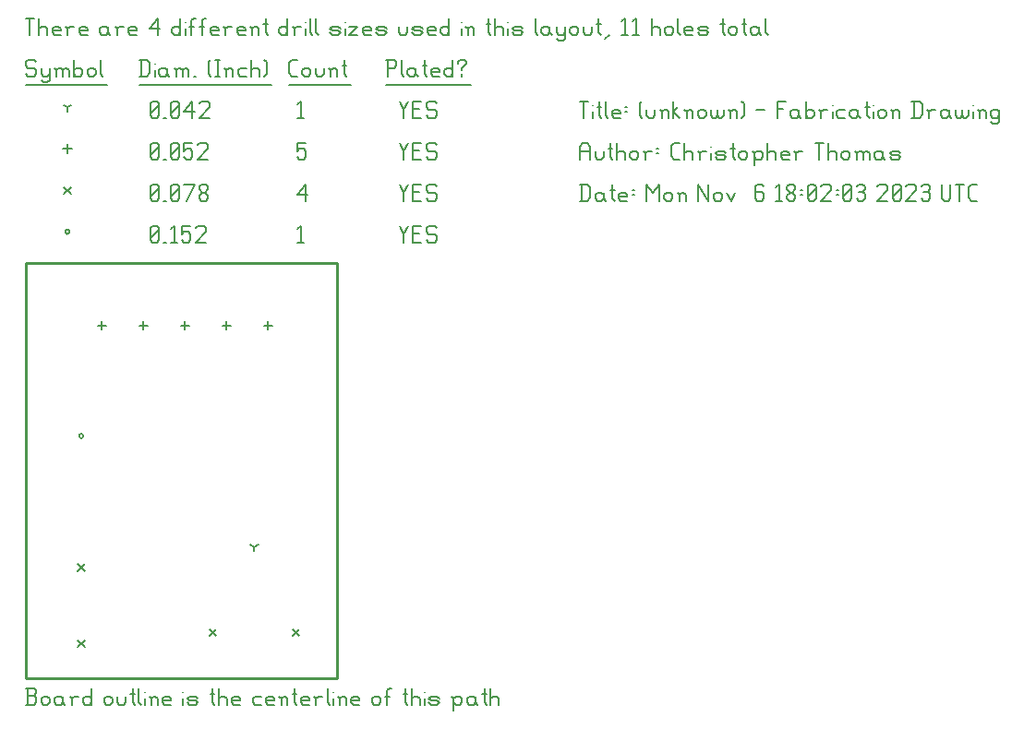
<source format=gbr>
G04 start of page 11 for group -3984 idx -3984 *
G04 Title: (unknown), fab *
G04 Creator: pcb 4.2.2 *
G04 CreationDate: Mon Nov  6 18:02:03 2023 UTC *
G04 For: thomasc *
G04 Format: Gerber/RS-274X *
G04 PCB-Dimensions (mil): 1125.00 1500.00 *
G04 PCB-Coordinate-Origin: lower left *
%MOIN*%
%FSLAX25Y25*%
%LNFAB*%
%ADD51C,0.0100*%
%ADD50C,0.0075*%
%ADD49C,0.0060*%
%ADD48R,0.0080X0.0080*%
G54D48*X19200Y87500D02*G75*G03X20800Y87500I800J0D01*G01*
G75*G03X19200Y87500I-800J0D01*G01*
X14200Y161250D02*G75*G03X15800Y161250I800J0D01*G01*
G75*G03X14200Y161250I-800J0D01*G01*
G54D49*X135000Y163500D02*X136500Y160500D01*
X138000Y163500D01*
X136500Y160500D02*Y157500D01*
X139800Y160800D02*X142050D01*
X139800Y157500D02*X142800D01*
X139800Y163500D02*Y157500D01*
Y163500D02*X142800D01*
X147600D02*X148350Y162750D01*
X145350Y163500D02*X147600D01*
X144600Y162750D02*X145350Y163500D01*
X144600Y162750D02*Y161250D01*
X145350Y160500D01*
X147600D01*
X148350Y159750D01*
Y158250D01*
X147600Y157500D02*X148350Y158250D01*
X145350Y157500D02*X147600D01*
X144600Y158250D02*X145350Y157500D01*
X98000Y162300D02*X99200Y163500D01*
Y157500D01*
X98000D02*X100250D01*
X45000Y158250D02*X45750Y157500D01*
X45000Y162750D02*Y158250D01*
Y162750D02*X45750Y163500D01*
X47250D01*
X48000Y162750D01*
Y158250D01*
X47250Y157500D02*X48000Y158250D01*
X45750Y157500D02*X47250D01*
X45000Y159000D02*X48000Y162000D01*
X49800Y157500D02*X50550D01*
X52350Y162300D02*X53550Y163500D01*
Y157500D01*
X52350D02*X54600D01*
X56400Y163500D02*X59400D01*
X56400D02*Y160500D01*
X57150Y161250D01*
X58650D01*
X59400Y160500D01*
Y158250D01*
X58650Y157500D02*X59400Y158250D01*
X57150Y157500D02*X58650D01*
X56400Y158250D02*X57150Y157500D01*
X61200Y162750D02*X61950Y163500D01*
X64200D01*
X64950Y162750D01*
Y161250D01*
X61200Y157500D02*X64950Y161250D01*
X61200Y157500D02*X64950D01*
X18800Y13700D02*X21200Y11300D01*
X18800D02*X21200Y13700D01*
X18800Y41200D02*X21200Y38800D01*
X18800D02*X21200Y41200D01*
X96300Y17700D02*X98700Y15300D01*
X96300D02*X98700Y17700D01*
X66300D02*X68700Y15300D01*
X66300D02*X68700Y17700D01*
X13800Y177450D02*X16200Y175050D01*
X13800D02*X16200Y177450D01*
X135000Y178500D02*X136500Y175500D01*
X138000Y178500D01*
X136500Y175500D02*Y172500D01*
X139800Y175800D02*X142050D01*
X139800Y172500D02*X142800D01*
X139800Y178500D02*Y172500D01*
Y178500D02*X142800D01*
X147600D02*X148350Y177750D01*
X145350Y178500D02*X147600D01*
X144600Y177750D02*X145350Y178500D01*
X144600Y177750D02*Y176250D01*
X145350Y175500D01*
X147600D01*
X148350Y174750D01*
Y173250D01*
X147600Y172500D02*X148350Y173250D01*
X145350Y172500D02*X147600D01*
X144600Y173250D02*X145350Y172500D01*
X98000Y174750D02*X101000Y178500D01*
X98000Y174750D02*X101750D01*
X101000Y178500D02*Y172500D01*
X45000Y173250D02*X45750Y172500D01*
X45000Y177750D02*Y173250D01*
Y177750D02*X45750Y178500D01*
X47250D01*
X48000Y177750D01*
Y173250D01*
X47250Y172500D02*X48000Y173250D01*
X45750Y172500D02*X47250D01*
X45000Y174000D02*X48000Y177000D01*
X49800Y172500D02*X50550D01*
X52350Y173250D02*X53100Y172500D01*
X52350Y177750D02*Y173250D01*
Y177750D02*X53100Y178500D01*
X54600D01*
X55350Y177750D01*
Y173250D01*
X54600Y172500D02*X55350Y173250D01*
X53100Y172500D02*X54600D01*
X52350Y174000D02*X55350Y177000D01*
X57900Y172500D02*X60900Y178500D01*
X57150D02*X60900D01*
X62700Y173250D02*X63450Y172500D01*
X62700Y174450D02*Y173250D01*
Y174450D02*X63750Y175500D01*
X64650D01*
X65700Y174450D01*
Y173250D01*
X64950Y172500D02*X65700Y173250D01*
X63450Y172500D02*X64950D01*
X62700Y176550D02*X63750Y175500D01*
X62700Y177750D02*Y176550D01*
Y177750D02*X63450Y178500D01*
X64950D01*
X65700Y177750D01*
Y176550D01*
X64650Y175500D02*X65700Y176550D01*
X57500Y129100D02*Y125900D01*
X55900Y127500D02*X59100D01*
X72500Y129100D02*Y125900D01*
X70900Y127500D02*X74100D01*
X87500Y129100D02*Y125900D01*
X85900Y127500D02*X89100D01*
X42500Y129100D02*Y125900D01*
X40900Y127500D02*X44100D01*
X27500Y129100D02*Y125900D01*
X25900Y127500D02*X29100D01*
X15000Y192850D02*Y189650D01*
X13400Y191250D02*X16600D01*
X135000Y193500D02*X136500Y190500D01*
X138000Y193500D01*
X136500Y190500D02*Y187500D01*
X139800Y190800D02*X142050D01*
X139800Y187500D02*X142800D01*
X139800Y193500D02*Y187500D01*
Y193500D02*X142800D01*
X147600D02*X148350Y192750D01*
X145350Y193500D02*X147600D01*
X144600Y192750D02*X145350Y193500D01*
X144600Y192750D02*Y191250D01*
X145350Y190500D01*
X147600D01*
X148350Y189750D01*
Y188250D01*
X147600Y187500D02*X148350Y188250D01*
X145350Y187500D02*X147600D01*
X144600Y188250D02*X145350Y187500D01*
X98000Y193500D02*X101000D01*
X98000D02*Y190500D01*
X98750Y191250D01*
X100250D01*
X101000Y190500D01*
Y188250D01*
X100250Y187500D02*X101000Y188250D01*
X98750Y187500D02*X100250D01*
X98000Y188250D02*X98750Y187500D01*
X45000Y188250D02*X45750Y187500D01*
X45000Y192750D02*Y188250D01*
Y192750D02*X45750Y193500D01*
X47250D01*
X48000Y192750D01*
Y188250D01*
X47250Y187500D02*X48000Y188250D01*
X45750Y187500D02*X47250D01*
X45000Y189000D02*X48000Y192000D01*
X49800Y187500D02*X50550D01*
X52350Y188250D02*X53100Y187500D01*
X52350Y192750D02*Y188250D01*
Y192750D02*X53100Y193500D01*
X54600D01*
X55350Y192750D01*
Y188250D01*
X54600Y187500D02*X55350Y188250D01*
X53100Y187500D02*X54600D01*
X52350Y189000D02*X55350Y192000D01*
X57150Y193500D02*X60150D01*
X57150D02*Y190500D01*
X57900Y191250D01*
X59400D01*
X60150Y190500D01*
Y188250D01*
X59400Y187500D02*X60150Y188250D01*
X57900Y187500D02*X59400D01*
X57150Y188250D02*X57900Y187500D01*
X61950Y192750D02*X62700Y193500D01*
X64950D01*
X65700Y192750D01*
Y191250D01*
X61950Y187500D02*X65700Y191250D01*
X61950Y187500D02*X65700D01*
X82500Y47500D02*Y45900D01*
Y47500D02*X83887Y48300D01*
X82500Y47500D02*X81113Y48300D01*
X15000Y206250D02*Y204650D01*
Y206250D02*X16387Y207050D01*
X15000Y206250D02*X13613Y207050D01*
X135000Y208500D02*X136500Y205500D01*
X138000Y208500D01*
X136500Y205500D02*Y202500D01*
X139800Y205800D02*X142050D01*
X139800Y202500D02*X142800D01*
X139800Y208500D02*Y202500D01*
Y208500D02*X142800D01*
X147600D02*X148350Y207750D01*
X145350Y208500D02*X147600D01*
X144600Y207750D02*X145350Y208500D01*
X144600Y207750D02*Y206250D01*
X145350Y205500D01*
X147600D01*
X148350Y204750D01*
Y203250D01*
X147600Y202500D02*X148350Y203250D01*
X145350Y202500D02*X147600D01*
X144600Y203250D02*X145350Y202500D01*
X98000Y207300D02*X99200Y208500D01*
Y202500D01*
X98000D02*X100250D01*
X45000Y203250D02*X45750Y202500D01*
X45000Y207750D02*Y203250D01*
Y207750D02*X45750Y208500D01*
X47250D01*
X48000Y207750D01*
Y203250D01*
X47250Y202500D02*X48000Y203250D01*
X45750Y202500D02*X47250D01*
X45000Y204000D02*X48000Y207000D01*
X49800Y202500D02*X50550D01*
X52350Y203250D02*X53100Y202500D01*
X52350Y207750D02*Y203250D01*
Y207750D02*X53100Y208500D01*
X54600D01*
X55350Y207750D01*
Y203250D01*
X54600Y202500D02*X55350Y203250D01*
X53100Y202500D02*X54600D01*
X52350Y204000D02*X55350Y207000D01*
X57150Y204750D02*X60150Y208500D01*
X57150Y204750D02*X60900D01*
X60150Y208500D02*Y202500D01*
X62700Y207750D02*X63450Y208500D01*
X65700D01*
X66450Y207750D01*
Y206250D01*
X62700Y202500D02*X66450Y206250D01*
X62700Y202500D02*X66450D01*
X3000Y223500D02*X3750Y222750D01*
X750Y223500D02*X3000D01*
X0Y222750D02*X750Y223500D01*
X0Y222750D02*Y221250D01*
X750Y220500D01*
X3000D01*
X3750Y219750D01*
Y218250D01*
X3000Y217500D02*X3750Y218250D01*
X750Y217500D02*X3000D01*
X0Y218250D02*X750Y217500D01*
X5550Y220500D02*Y218250D01*
X6300Y217500D01*
X8550Y220500D02*Y216000D01*
X7800Y215250D02*X8550Y216000D01*
X6300Y215250D02*X7800D01*
X5550Y216000D02*X6300Y215250D01*
Y217500D02*X7800D01*
X8550Y218250D01*
X11100Y219750D02*Y217500D01*
Y219750D02*X11850Y220500D01*
X12600D01*
X13350Y219750D01*
Y217500D01*
Y219750D02*X14100Y220500D01*
X14850D01*
X15600Y219750D01*
Y217500D01*
X10350Y220500D02*X11100Y219750D01*
X17400Y223500D02*Y217500D01*
Y218250D02*X18150Y217500D01*
X19650D01*
X20400Y218250D01*
Y219750D02*Y218250D01*
X19650Y220500D02*X20400Y219750D01*
X18150Y220500D02*X19650D01*
X17400Y219750D02*X18150Y220500D01*
X22200Y219750D02*Y218250D01*
Y219750D02*X22950Y220500D01*
X24450D01*
X25200Y219750D01*
Y218250D01*
X24450Y217500D02*X25200Y218250D01*
X22950Y217500D02*X24450D01*
X22200Y218250D02*X22950Y217500D01*
X27000Y223500D02*Y218250D01*
X27750Y217500D01*
X0Y214250D02*X29250D01*
X41750Y223500D02*Y217500D01*
X43700Y223500D02*X44750Y222450D01*
Y218550D01*
X43700Y217500D02*X44750Y218550D01*
X41000Y217500D02*X43700D01*
X41000Y223500D02*X43700D01*
G54D50*X46550Y222000D02*Y221850D01*
G54D49*Y219750D02*Y217500D01*
X50300Y220500D02*X51050Y219750D01*
X48800Y220500D02*X50300D01*
X48050Y219750D02*X48800Y220500D01*
X48050Y219750D02*Y218250D01*
X48800Y217500D01*
X51050Y220500D02*Y218250D01*
X51800Y217500D01*
X48800D02*X50300D01*
X51050Y218250D01*
X54350Y219750D02*Y217500D01*
Y219750D02*X55100Y220500D01*
X55850D01*
X56600Y219750D01*
Y217500D01*
Y219750D02*X57350Y220500D01*
X58100D01*
X58850Y219750D01*
Y217500D01*
X53600Y220500D02*X54350Y219750D01*
X60650Y217500D02*X61400D01*
X65900Y218250D02*X66650Y217500D01*
X65900Y222750D02*X66650Y223500D01*
X65900Y222750D02*Y218250D01*
X68450Y223500D02*X69950D01*
X69200D02*Y217500D01*
X68450D02*X69950D01*
X72500Y219750D02*Y217500D01*
Y219750D02*X73250Y220500D01*
X74000D01*
X74750Y219750D01*
Y217500D01*
X71750Y220500D02*X72500Y219750D01*
X77300Y220500D02*X79550D01*
X76550Y219750D02*X77300Y220500D01*
X76550Y219750D02*Y218250D01*
X77300Y217500D01*
X79550D01*
X81350Y223500D02*Y217500D01*
Y219750D02*X82100Y220500D01*
X83600D01*
X84350Y219750D01*
Y217500D01*
X86150Y223500D02*X86900Y222750D01*
Y218250D01*
X86150Y217500D02*X86900Y218250D01*
X41000Y214250D02*X88700D01*
X96050Y217500D02*X98000D01*
X95000Y218550D02*X96050Y217500D01*
X95000Y222450D02*Y218550D01*
Y222450D02*X96050Y223500D01*
X98000D01*
X99800Y219750D02*Y218250D01*
Y219750D02*X100550Y220500D01*
X102050D01*
X102800Y219750D01*
Y218250D01*
X102050Y217500D02*X102800Y218250D01*
X100550Y217500D02*X102050D01*
X99800Y218250D02*X100550Y217500D01*
X104600Y220500D02*Y218250D01*
X105350Y217500D01*
X106850D01*
X107600Y218250D01*
Y220500D02*Y218250D01*
X110150Y219750D02*Y217500D01*
Y219750D02*X110900Y220500D01*
X111650D01*
X112400Y219750D01*
Y217500D01*
X109400Y220500D02*X110150Y219750D01*
X114950Y223500D02*Y218250D01*
X115700Y217500D01*
X114200Y221250D02*X115700D01*
X95000Y214250D02*X117200D01*
X130750Y223500D02*Y217500D01*
X130000Y223500D02*X133000D01*
X133750Y222750D01*
Y221250D01*
X133000Y220500D02*X133750Y221250D01*
X130750Y220500D02*X133000D01*
X135550Y223500D02*Y218250D01*
X136300Y217500D01*
X140050Y220500D02*X140800Y219750D01*
X138550Y220500D02*X140050D01*
X137800Y219750D02*X138550Y220500D01*
X137800Y219750D02*Y218250D01*
X138550Y217500D01*
X140800Y220500D02*Y218250D01*
X141550Y217500D01*
X138550D02*X140050D01*
X140800Y218250D01*
X144100Y223500D02*Y218250D01*
X144850Y217500D01*
X143350Y221250D02*X144850D01*
X147100Y217500D02*X149350D01*
X146350Y218250D02*X147100Y217500D01*
X146350Y219750D02*Y218250D01*
Y219750D02*X147100Y220500D01*
X148600D01*
X149350Y219750D01*
X146350Y219000D02*X149350D01*
Y219750D02*Y219000D01*
X154150Y223500D02*Y217500D01*
X153400D02*X154150Y218250D01*
X151900Y217500D02*X153400D01*
X151150Y218250D02*X151900Y217500D01*
X151150Y219750D02*Y218250D01*
Y219750D02*X151900Y220500D01*
X153400D01*
X154150Y219750D01*
X157450Y220500D02*Y219750D01*
Y218250D02*Y217500D01*
X155950Y222750D02*Y222000D01*
Y222750D02*X156700Y223500D01*
X158200D01*
X158950Y222750D01*
Y222000D01*
X157450Y220500D02*X158950Y222000D01*
X130000Y214250D02*X160750D01*
X0Y238500D02*X3000D01*
X1500D02*Y232500D01*
X4800Y238500D02*Y232500D01*
Y234750D02*X5550Y235500D01*
X7050D01*
X7800Y234750D01*
Y232500D01*
X10350D02*X12600D01*
X9600Y233250D02*X10350Y232500D01*
X9600Y234750D02*Y233250D01*
Y234750D02*X10350Y235500D01*
X11850D01*
X12600Y234750D01*
X9600Y234000D02*X12600D01*
Y234750D02*Y234000D01*
X15150Y234750D02*Y232500D01*
Y234750D02*X15900Y235500D01*
X17400D01*
X14400D02*X15150Y234750D01*
X19950Y232500D02*X22200D01*
X19200Y233250D02*X19950Y232500D01*
X19200Y234750D02*Y233250D01*
Y234750D02*X19950Y235500D01*
X21450D01*
X22200Y234750D01*
X19200Y234000D02*X22200D01*
Y234750D02*Y234000D01*
X28950Y235500D02*X29700Y234750D01*
X27450Y235500D02*X28950D01*
X26700Y234750D02*X27450Y235500D01*
X26700Y234750D02*Y233250D01*
X27450Y232500D01*
X29700Y235500D02*Y233250D01*
X30450Y232500D01*
X27450D02*X28950D01*
X29700Y233250D01*
X33000Y234750D02*Y232500D01*
Y234750D02*X33750Y235500D01*
X35250D01*
X32250D02*X33000Y234750D01*
X37800Y232500D02*X40050D01*
X37050Y233250D02*X37800Y232500D01*
X37050Y234750D02*Y233250D01*
Y234750D02*X37800Y235500D01*
X39300D01*
X40050Y234750D01*
X37050Y234000D02*X40050D01*
Y234750D02*Y234000D01*
X44550Y234750D02*X47550Y238500D01*
X44550Y234750D02*X48300D01*
X47550Y238500D02*Y232500D01*
X55800Y238500D02*Y232500D01*
X55050D02*X55800Y233250D01*
X53550Y232500D02*X55050D01*
X52800Y233250D02*X53550Y232500D01*
X52800Y234750D02*Y233250D01*
Y234750D02*X53550Y235500D01*
X55050D01*
X55800Y234750D01*
G54D50*X57600Y237000D02*Y236850D01*
G54D49*Y234750D02*Y232500D01*
X59850Y237750D02*Y232500D01*
Y237750D02*X60600Y238500D01*
X61350D01*
X59100Y235500D02*X60600D01*
X63600Y237750D02*Y232500D01*
Y237750D02*X64350Y238500D01*
X65100D01*
X62850Y235500D02*X64350D01*
X67350Y232500D02*X69600D01*
X66600Y233250D02*X67350Y232500D01*
X66600Y234750D02*Y233250D01*
Y234750D02*X67350Y235500D01*
X68850D01*
X69600Y234750D01*
X66600Y234000D02*X69600D01*
Y234750D02*Y234000D01*
X72150Y234750D02*Y232500D01*
Y234750D02*X72900Y235500D01*
X74400D01*
X71400D02*X72150Y234750D01*
X76950Y232500D02*X79200D01*
X76200Y233250D02*X76950Y232500D01*
X76200Y234750D02*Y233250D01*
Y234750D02*X76950Y235500D01*
X78450D01*
X79200Y234750D01*
X76200Y234000D02*X79200D01*
Y234750D02*Y234000D01*
X81750Y234750D02*Y232500D01*
Y234750D02*X82500Y235500D01*
X83250D01*
X84000Y234750D01*
Y232500D01*
X81000Y235500D02*X81750Y234750D01*
X86550Y238500D02*Y233250D01*
X87300Y232500D01*
X85800Y236250D02*X87300D01*
X94500Y238500D02*Y232500D01*
X93750D02*X94500Y233250D01*
X92250Y232500D02*X93750D01*
X91500Y233250D02*X92250Y232500D01*
X91500Y234750D02*Y233250D01*
Y234750D02*X92250Y235500D01*
X93750D01*
X94500Y234750D01*
X97050D02*Y232500D01*
Y234750D02*X97800Y235500D01*
X99300D01*
X96300D02*X97050Y234750D01*
G54D50*X101100Y237000D02*Y236850D01*
G54D49*Y234750D02*Y232500D01*
X102600Y238500D02*Y233250D01*
X103350Y232500D01*
X104850Y238500D02*Y233250D01*
X105600Y232500D01*
X110550D02*X112800D01*
X113550Y233250D01*
X112800Y234000D02*X113550Y233250D01*
X110550Y234000D02*X112800D01*
X109800Y234750D02*X110550Y234000D01*
X109800Y234750D02*X110550Y235500D01*
X112800D01*
X113550Y234750D01*
X109800Y233250D02*X110550Y232500D01*
G54D50*X115350Y237000D02*Y236850D01*
G54D49*Y234750D02*Y232500D01*
X116850Y235500D02*X119850D01*
X116850Y232500D02*X119850Y235500D01*
X116850Y232500D02*X119850D01*
X122400D02*X124650D01*
X121650Y233250D02*X122400Y232500D01*
X121650Y234750D02*Y233250D01*
Y234750D02*X122400Y235500D01*
X123900D01*
X124650Y234750D01*
X121650Y234000D02*X124650D01*
Y234750D02*Y234000D01*
X127200Y232500D02*X129450D01*
X130200Y233250D01*
X129450Y234000D02*X130200Y233250D01*
X127200Y234000D02*X129450D01*
X126450Y234750D02*X127200Y234000D01*
X126450Y234750D02*X127200Y235500D01*
X129450D01*
X130200Y234750D01*
X126450Y233250D02*X127200Y232500D01*
X134700Y235500D02*Y233250D01*
X135450Y232500D01*
X136950D01*
X137700Y233250D01*
Y235500D02*Y233250D01*
X140250Y232500D02*X142500D01*
X143250Y233250D01*
X142500Y234000D02*X143250Y233250D01*
X140250Y234000D02*X142500D01*
X139500Y234750D02*X140250Y234000D01*
X139500Y234750D02*X140250Y235500D01*
X142500D01*
X143250Y234750D01*
X139500Y233250D02*X140250Y232500D01*
X145800D02*X148050D01*
X145050Y233250D02*X145800Y232500D01*
X145050Y234750D02*Y233250D01*
Y234750D02*X145800Y235500D01*
X147300D01*
X148050Y234750D01*
X145050Y234000D02*X148050D01*
Y234750D02*Y234000D01*
X152850Y238500D02*Y232500D01*
X152100D02*X152850Y233250D01*
X150600Y232500D02*X152100D01*
X149850Y233250D02*X150600Y232500D01*
X149850Y234750D02*Y233250D01*
Y234750D02*X150600Y235500D01*
X152100D01*
X152850Y234750D01*
G54D50*X157350Y237000D02*Y236850D01*
G54D49*Y234750D02*Y232500D01*
X159600Y234750D02*Y232500D01*
Y234750D02*X160350Y235500D01*
X161100D01*
X161850Y234750D01*
Y232500D01*
X158850Y235500D02*X159600Y234750D01*
X167100Y238500D02*Y233250D01*
X167850Y232500D01*
X166350Y236250D02*X167850D01*
X169350Y238500D02*Y232500D01*
Y234750D02*X170100Y235500D01*
X171600D01*
X172350Y234750D01*
Y232500D01*
G54D50*X174150Y237000D02*Y236850D01*
G54D49*Y234750D02*Y232500D01*
X176400D02*X178650D01*
X179400Y233250D01*
X178650Y234000D02*X179400Y233250D01*
X176400Y234000D02*X178650D01*
X175650Y234750D02*X176400Y234000D01*
X175650Y234750D02*X176400Y235500D01*
X178650D01*
X179400Y234750D01*
X175650Y233250D02*X176400Y232500D01*
X183900Y238500D02*Y233250D01*
X184650Y232500D01*
X188400Y235500D02*X189150Y234750D01*
X186900Y235500D02*X188400D01*
X186150Y234750D02*X186900Y235500D01*
X186150Y234750D02*Y233250D01*
X186900Y232500D01*
X189150Y235500D02*Y233250D01*
X189900Y232500D01*
X186900D02*X188400D01*
X189150Y233250D01*
X191700Y235500D02*Y233250D01*
X192450Y232500D01*
X194700Y235500D02*Y231000D01*
X193950Y230250D02*X194700Y231000D01*
X192450Y230250D02*X193950D01*
X191700Y231000D02*X192450Y230250D01*
Y232500D02*X193950D01*
X194700Y233250D01*
X196500Y234750D02*Y233250D01*
Y234750D02*X197250Y235500D01*
X198750D01*
X199500Y234750D01*
Y233250D01*
X198750Y232500D02*X199500Y233250D01*
X197250Y232500D02*X198750D01*
X196500Y233250D02*X197250Y232500D01*
X201300Y235500D02*Y233250D01*
X202050Y232500D01*
X203550D01*
X204300Y233250D01*
Y235500D02*Y233250D01*
X206850Y238500D02*Y233250D01*
X207600Y232500D01*
X206100Y236250D02*X207600D01*
X209100Y231000D02*X210600Y232500D01*
X215100Y237300D02*X216300Y238500D01*
Y232500D01*
X215100D02*X217350D01*
X219150Y237300D02*X220350Y238500D01*
Y232500D01*
X219150D02*X221400D01*
X225900Y238500D02*Y232500D01*
Y234750D02*X226650Y235500D01*
X228150D01*
X228900Y234750D01*
Y232500D01*
X230700Y234750D02*Y233250D01*
Y234750D02*X231450Y235500D01*
X232950D01*
X233700Y234750D01*
Y233250D01*
X232950Y232500D02*X233700Y233250D01*
X231450Y232500D02*X232950D01*
X230700Y233250D02*X231450Y232500D01*
X235500Y238500D02*Y233250D01*
X236250Y232500D01*
X238500D02*X240750D01*
X237750Y233250D02*X238500Y232500D01*
X237750Y234750D02*Y233250D01*
Y234750D02*X238500Y235500D01*
X240000D01*
X240750Y234750D01*
X237750Y234000D02*X240750D01*
Y234750D02*Y234000D01*
X243300Y232500D02*X245550D01*
X246300Y233250D01*
X245550Y234000D02*X246300Y233250D01*
X243300Y234000D02*X245550D01*
X242550Y234750D02*X243300Y234000D01*
X242550Y234750D02*X243300Y235500D01*
X245550D01*
X246300Y234750D01*
X242550Y233250D02*X243300Y232500D01*
X251550Y238500D02*Y233250D01*
X252300Y232500D01*
X250800Y236250D02*X252300D01*
X253800Y234750D02*Y233250D01*
Y234750D02*X254550Y235500D01*
X256050D01*
X256800Y234750D01*
Y233250D01*
X256050Y232500D02*X256800Y233250D01*
X254550Y232500D02*X256050D01*
X253800Y233250D02*X254550Y232500D01*
X259350Y238500D02*Y233250D01*
X260100Y232500D01*
X258600Y236250D02*X260100D01*
X263850Y235500D02*X264600Y234750D01*
X262350Y235500D02*X263850D01*
X261600Y234750D02*X262350Y235500D01*
X261600Y234750D02*Y233250D01*
X262350Y232500D01*
X264600Y235500D02*Y233250D01*
X265350Y232500D01*
X262350D02*X263850D01*
X264600Y233250D01*
X267150Y238500D02*Y233250D01*
X267900Y232500D01*
G54D51*X0Y150000D02*Y0D01*
X112500D01*
Y150000D01*
X0D01*
G54D49*Y-9500D02*X3000D01*
X3750Y-8750D01*
Y-6950D02*Y-8750D01*
X3000Y-6200D02*X3750Y-6950D01*
X750Y-6200D02*X3000D01*
X750Y-3500D02*Y-9500D01*
X0Y-3500D02*X3000D01*
X3750Y-4250D01*
Y-5450D01*
X3000Y-6200D02*X3750Y-5450D01*
X5550Y-7250D02*Y-8750D01*
Y-7250D02*X6300Y-6500D01*
X7800D01*
X8550Y-7250D01*
Y-8750D01*
X7800Y-9500D02*X8550Y-8750D01*
X6300Y-9500D02*X7800D01*
X5550Y-8750D02*X6300Y-9500D01*
X12600Y-6500D02*X13350Y-7250D01*
X11100Y-6500D02*X12600D01*
X10350Y-7250D02*X11100Y-6500D01*
X10350Y-7250D02*Y-8750D01*
X11100Y-9500D01*
X13350Y-6500D02*Y-8750D01*
X14100Y-9500D01*
X11100D02*X12600D01*
X13350Y-8750D01*
X16650Y-7250D02*Y-9500D01*
Y-7250D02*X17400Y-6500D01*
X18900D01*
X15900D02*X16650Y-7250D01*
X23700Y-3500D02*Y-9500D01*
X22950D02*X23700Y-8750D01*
X21450Y-9500D02*X22950D01*
X20700Y-8750D02*X21450Y-9500D01*
X20700Y-7250D02*Y-8750D01*
Y-7250D02*X21450Y-6500D01*
X22950D01*
X23700Y-7250D01*
X28200D02*Y-8750D01*
Y-7250D02*X28950Y-6500D01*
X30450D01*
X31200Y-7250D01*
Y-8750D01*
X30450Y-9500D02*X31200Y-8750D01*
X28950Y-9500D02*X30450D01*
X28200Y-8750D02*X28950Y-9500D01*
X33000Y-6500D02*Y-8750D01*
X33750Y-9500D01*
X35250D01*
X36000Y-8750D01*
Y-6500D02*Y-8750D01*
X38550Y-3500D02*Y-8750D01*
X39300Y-9500D01*
X37800Y-5750D02*X39300D01*
X40800Y-3500D02*Y-8750D01*
X41550Y-9500D01*
G54D50*X43050Y-5000D02*Y-5150D01*
G54D49*Y-7250D02*Y-9500D01*
X45300Y-7250D02*Y-9500D01*
Y-7250D02*X46050Y-6500D01*
X46800D01*
X47550Y-7250D01*
Y-9500D01*
X44550Y-6500D02*X45300Y-7250D01*
X50100Y-9500D02*X52350D01*
X49350Y-8750D02*X50100Y-9500D01*
X49350Y-7250D02*Y-8750D01*
Y-7250D02*X50100Y-6500D01*
X51600D01*
X52350Y-7250D01*
X49350Y-8000D02*X52350D01*
Y-7250D02*Y-8000D01*
G54D50*X56850Y-5000D02*Y-5150D01*
G54D49*Y-7250D02*Y-9500D01*
X59100D02*X61350D01*
X62100Y-8750D01*
X61350Y-8000D02*X62100Y-8750D01*
X59100Y-8000D02*X61350D01*
X58350Y-7250D02*X59100Y-8000D01*
X58350Y-7250D02*X59100Y-6500D01*
X61350D01*
X62100Y-7250D01*
X58350Y-8750D02*X59100Y-9500D01*
X67350Y-3500D02*Y-8750D01*
X68100Y-9500D01*
X66600Y-5750D02*X68100D01*
X69600Y-3500D02*Y-9500D01*
Y-7250D02*X70350Y-6500D01*
X71850D01*
X72600Y-7250D01*
Y-9500D01*
X75150D02*X77400D01*
X74400Y-8750D02*X75150Y-9500D01*
X74400Y-7250D02*Y-8750D01*
Y-7250D02*X75150Y-6500D01*
X76650D01*
X77400Y-7250D01*
X74400Y-8000D02*X77400D01*
Y-7250D02*Y-8000D01*
X82650Y-6500D02*X84900D01*
X81900Y-7250D02*X82650Y-6500D01*
X81900Y-7250D02*Y-8750D01*
X82650Y-9500D01*
X84900D01*
X87450D02*X89700D01*
X86700Y-8750D02*X87450Y-9500D01*
X86700Y-7250D02*Y-8750D01*
Y-7250D02*X87450Y-6500D01*
X88950D01*
X89700Y-7250D01*
X86700Y-8000D02*X89700D01*
Y-7250D02*Y-8000D01*
X92250Y-7250D02*Y-9500D01*
Y-7250D02*X93000Y-6500D01*
X93750D01*
X94500Y-7250D01*
Y-9500D01*
X91500Y-6500D02*X92250Y-7250D01*
X97050Y-3500D02*Y-8750D01*
X97800Y-9500D01*
X96300Y-5750D02*X97800D01*
X100050Y-9500D02*X102300D01*
X99300Y-8750D02*X100050Y-9500D01*
X99300Y-7250D02*Y-8750D01*
Y-7250D02*X100050Y-6500D01*
X101550D01*
X102300Y-7250D01*
X99300Y-8000D02*X102300D01*
Y-7250D02*Y-8000D01*
X104850Y-7250D02*Y-9500D01*
Y-7250D02*X105600Y-6500D01*
X107100D01*
X104100D02*X104850Y-7250D01*
X108900Y-3500D02*Y-8750D01*
X109650Y-9500D01*
G54D50*X111150Y-5000D02*Y-5150D01*
G54D49*Y-7250D02*Y-9500D01*
X113400Y-7250D02*Y-9500D01*
Y-7250D02*X114150Y-6500D01*
X114900D01*
X115650Y-7250D01*
Y-9500D01*
X112650Y-6500D02*X113400Y-7250D01*
X118200Y-9500D02*X120450D01*
X117450Y-8750D02*X118200Y-9500D01*
X117450Y-7250D02*Y-8750D01*
Y-7250D02*X118200Y-6500D01*
X119700D01*
X120450Y-7250D01*
X117450Y-8000D02*X120450D01*
Y-7250D02*Y-8000D01*
X124950Y-7250D02*Y-8750D01*
Y-7250D02*X125700Y-6500D01*
X127200D01*
X127950Y-7250D01*
Y-8750D01*
X127200Y-9500D02*X127950Y-8750D01*
X125700Y-9500D02*X127200D01*
X124950Y-8750D02*X125700Y-9500D01*
X130500Y-4250D02*Y-9500D01*
Y-4250D02*X131250Y-3500D01*
X132000D01*
X129750Y-6500D02*X131250D01*
X136950Y-3500D02*Y-8750D01*
X137700Y-9500D01*
X136200Y-5750D02*X137700D01*
X139200Y-3500D02*Y-9500D01*
Y-7250D02*X139950Y-6500D01*
X141450D01*
X142200Y-7250D01*
Y-9500D01*
G54D50*X144000Y-5000D02*Y-5150D01*
G54D49*Y-7250D02*Y-9500D01*
X146250D02*X148500D01*
X149250Y-8750D01*
X148500Y-8000D02*X149250Y-8750D01*
X146250Y-8000D02*X148500D01*
X145500Y-7250D02*X146250Y-8000D01*
X145500Y-7250D02*X146250Y-6500D01*
X148500D01*
X149250Y-7250D01*
X145500Y-8750D02*X146250Y-9500D01*
X154500Y-7250D02*Y-11750D01*
X153750Y-6500D02*X154500Y-7250D01*
X155250Y-6500D01*
X156750D01*
X157500Y-7250D01*
Y-8750D01*
X156750Y-9500D02*X157500Y-8750D01*
X155250Y-9500D02*X156750D01*
X154500Y-8750D02*X155250Y-9500D01*
X161550Y-6500D02*X162300Y-7250D01*
X160050Y-6500D02*X161550D01*
X159300Y-7250D02*X160050Y-6500D01*
X159300Y-7250D02*Y-8750D01*
X160050Y-9500D01*
X162300Y-6500D02*Y-8750D01*
X163050Y-9500D01*
X160050D02*X161550D01*
X162300Y-8750D01*
X165600Y-3500D02*Y-8750D01*
X166350Y-9500D01*
X164850Y-5750D02*X166350D01*
X167850Y-3500D02*Y-9500D01*
Y-7250D02*X168600Y-6500D01*
X170100D01*
X170850Y-7250D01*
Y-9500D01*
X200750Y178500D02*Y172500D01*
X202700Y178500D02*X203750Y177450D01*
Y173550D01*
X202700Y172500D02*X203750Y173550D01*
X200000Y172500D02*X202700D01*
X200000Y178500D02*X202700D01*
X207800Y175500D02*X208550Y174750D01*
X206300Y175500D02*X207800D01*
X205550Y174750D02*X206300Y175500D01*
X205550Y174750D02*Y173250D01*
X206300Y172500D01*
X208550Y175500D02*Y173250D01*
X209300Y172500D01*
X206300D02*X207800D01*
X208550Y173250D01*
X211850Y178500D02*Y173250D01*
X212600Y172500D01*
X211100Y176250D02*X212600D01*
X214850Y172500D02*X217100D01*
X214100Y173250D02*X214850Y172500D01*
X214100Y174750D02*Y173250D01*
Y174750D02*X214850Y175500D01*
X216350D01*
X217100Y174750D01*
X214100Y174000D02*X217100D01*
Y174750D02*Y174000D01*
X218900Y176250D02*X219650D01*
X218900Y174750D02*X219650D01*
X224150Y178500D02*Y172500D01*
Y178500D02*X226400Y175500D01*
X228650Y178500D01*
Y172500D01*
X230450Y174750D02*Y173250D01*
Y174750D02*X231200Y175500D01*
X232700D01*
X233450Y174750D01*
Y173250D01*
X232700Y172500D02*X233450Y173250D01*
X231200Y172500D02*X232700D01*
X230450Y173250D02*X231200Y172500D01*
X236000Y174750D02*Y172500D01*
Y174750D02*X236750Y175500D01*
X237500D01*
X238250Y174750D01*
Y172500D01*
X235250Y175500D02*X236000Y174750D01*
X242750Y178500D02*Y172500D01*
Y178500D02*X246500Y172500D01*
Y178500D02*Y172500D01*
X248300Y174750D02*Y173250D01*
Y174750D02*X249050Y175500D01*
X250550D01*
X251300Y174750D01*
Y173250D01*
X250550Y172500D02*X251300Y173250D01*
X249050Y172500D02*X250550D01*
X248300Y173250D02*X249050Y172500D01*
X253100Y175500D02*X254600Y172500D01*
X256100Y175500D02*X254600Y172500D01*
X265550Y178500D02*X266300Y177750D01*
X264050Y178500D02*X265550D01*
X263300Y177750D02*X264050Y178500D01*
X263300Y177750D02*Y173250D01*
X264050Y172500D01*
X265550Y175800D02*X266300Y175050D01*
X263300Y175800D02*X265550D01*
X264050Y172500D02*X265550D01*
X266300Y173250D01*
Y175050D02*Y173250D01*
X270800Y177300D02*X272000Y178500D01*
Y172500D01*
X270800D02*X273050D01*
X274850Y173250D02*X275600Y172500D01*
X274850Y174450D02*Y173250D01*
Y174450D02*X275900Y175500D01*
X276800D01*
X277850Y174450D01*
Y173250D01*
X277100Y172500D02*X277850Y173250D01*
X275600Y172500D02*X277100D01*
X274850Y176550D02*X275900Y175500D01*
X274850Y177750D02*Y176550D01*
Y177750D02*X275600Y178500D01*
X277100D01*
X277850Y177750D01*
Y176550D01*
X276800Y175500D02*X277850Y176550D01*
X279650Y176250D02*X280400D01*
X279650Y174750D02*X280400D01*
X282200Y173250D02*X282950Y172500D01*
X282200Y177750D02*Y173250D01*
Y177750D02*X282950Y178500D01*
X284450D01*
X285200Y177750D01*
Y173250D01*
X284450Y172500D02*X285200Y173250D01*
X282950Y172500D02*X284450D01*
X282200Y174000D02*X285200Y177000D01*
X287000Y177750D02*X287750Y178500D01*
X290000D01*
X290750Y177750D01*
Y176250D01*
X287000Y172500D02*X290750Y176250D01*
X287000Y172500D02*X290750D01*
X292550Y176250D02*X293300D01*
X292550Y174750D02*X293300D01*
X295100Y173250D02*X295850Y172500D01*
X295100Y177750D02*Y173250D01*
Y177750D02*X295850Y178500D01*
X297350D01*
X298100Y177750D01*
Y173250D01*
X297350Y172500D02*X298100Y173250D01*
X295850Y172500D02*X297350D01*
X295100Y174000D02*X298100Y177000D01*
X299900Y177750D02*X300650Y178500D01*
X302150D01*
X302900Y177750D01*
X302150Y172500D02*X302900Y173250D01*
X300650Y172500D02*X302150D01*
X299900Y173250D02*X300650Y172500D01*
Y175800D02*X302150D01*
X302900Y177750D02*Y176550D01*
Y175050D02*Y173250D01*
Y175050D02*X302150Y175800D01*
X302900Y176550D02*X302150Y175800D01*
X307400Y177750D02*X308150Y178500D01*
X310400D01*
X311150Y177750D01*
Y176250D01*
X307400Y172500D02*X311150Y176250D01*
X307400Y172500D02*X311150D01*
X312950Y173250D02*X313700Y172500D01*
X312950Y177750D02*Y173250D01*
Y177750D02*X313700Y178500D01*
X315200D01*
X315950Y177750D01*
Y173250D01*
X315200Y172500D02*X315950Y173250D01*
X313700Y172500D02*X315200D01*
X312950Y174000D02*X315950Y177000D01*
X317750Y177750D02*X318500Y178500D01*
X320750D01*
X321500Y177750D01*
Y176250D01*
X317750Y172500D02*X321500Y176250D01*
X317750Y172500D02*X321500D01*
X323300Y177750D02*X324050Y178500D01*
X325550D01*
X326300Y177750D01*
X325550Y172500D02*X326300Y173250D01*
X324050Y172500D02*X325550D01*
X323300Y173250D02*X324050Y172500D01*
Y175800D02*X325550D01*
X326300Y177750D02*Y176550D01*
Y175050D02*Y173250D01*
Y175050D02*X325550Y175800D01*
X326300Y176550D02*X325550Y175800D01*
X330800Y178500D02*Y173250D01*
X331550Y172500D01*
X333050D01*
X333800Y173250D01*
Y178500D02*Y173250D01*
X335600Y178500D02*X338600D01*
X337100D02*Y172500D01*
X341450D02*X343400D01*
X340400Y173550D02*X341450Y172500D01*
X340400Y177450D02*Y173550D01*
Y177450D02*X341450Y178500D01*
X343400D01*
X200000Y192000D02*Y187500D01*
Y192000D02*X201050Y193500D01*
X202700D01*
X203750Y192000D01*
Y187500D01*
X200000Y190500D02*X203750D01*
X205550D02*Y188250D01*
X206300Y187500D01*
X207800D01*
X208550Y188250D01*
Y190500D02*Y188250D01*
X211100Y193500D02*Y188250D01*
X211850Y187500D01*
X210350Y191250D02*X211850D01*
X213350Y193500D02*Y187500D01*
Y189750D02*X214100Y190500D01*
X215600D01*
X216350Y189750D01*
Y187500D01*
X218150Y189750D02*Y188250D01*
Y189750D02*X218900Y190500D01*
X220400D01*
X221150Y189750D01*
Y188250D01*
X220400Y187500D02*X221150Y188250D01*
X218900Y187500D02*X220400D01*
X218150Y188250D02*X218900Y187500D01*
X223700Y189750D02*Y187500D01*
Y189750D02*X224450Y190500D01*
X225950D01*
X222950D02*X223700Y189750D01*
X227750Y191250D02*X228500D01*
X227750Y189750D02*X228500D01*
X234050Y187500D02*X236000D01*
X233000Y188550D02*X234050Y187500D01*
X233000Y192450D02*Y188550D01*
Y192450D02*X234050Y193500D01*
X236000D01*
X237800D02*Y187500D01*
Y189750D02*X238550Y190500D01*
X240050D01*
X240800Y189750D01*
Y187500D01*
X243350Y189750D02*Y187500D01*
Y189750D02*X244100Y190500D01*
X245600D01*
X242600D02*X243350Y189750D01*
G54D50*X247400Y192000D02*Y191850D01*
G54D49*Y189750D02*Y187500D01*
X249650D02*X251900D01*
X252650Y188250D01*
X251900Y189000D02*X252650Y188250D01*
X249650Y189000D02*X251900D01*
X248900Y189750D02*X249650Y189000D01*
X248900Y189750D02*X249650Y190500D01*
X251900D01*
X252650Y189750D01*
X248900Y188250D02*X249650Y187500D01*
X255200Y193500D02*Y188250D01*
X255950Y187500D01*
X254450Y191250D02*X255950D01*
X257450Y189750D02*Y188250D01*
Y189750D02*X258200Y190500D01*
X259700D01*
X260450Y189750D01*
Y188250D01*
X259700Y187500D02*X260450Y188250D01*
X258200Y187500D02*X259700D01*
X257450Y188250D02*X258200Y187500D01*
X263000Y189750D02*Y185250D01*
X262250Y190500D02*X263000Y189750D01*
X263750Y190500D01*
X265250D01*
X266000Y189750D01*
Y188250D01*
X265250Y187500D02*X266000Y188250D01*
X263750Y187500D02*X265250D01*
X263000Y188250D02*X263750Y187500D01*
X267800Y193500D02*Y187500D01*
Y189750D02*X268550Y190500D01*
X270050D01*
X270800Y189750D01*
Y187500D01*
X273350D02*X275600D01*
X272600Y188250D02*X273350Y187500D01*
X272600Y189750D02*Y188250D01*
Y189750D02*X273350Y190500D01*
X274850D01*
X275600Y189750D01*
X272600Y189000D02*X275600D01*
Y189750D02*Y189000D01*
X278150Y189750D02*Y187500D01*
Y189750D02*X278900Y190500D01*
X280400D01*
X277400D02*X278150Y189750D01*
X284900Y193500D02*X287900D01*
X286400D02*Y187500D01*
X289700Y193500D02*Y187500D01*
Y189750D02*X290450Y190500D01*
X291950D01*
X292700Y189750D01*
Y187500D01*
X294500Y189750D02*Y188250D01*
Y189750D02*X295250Y190500D01*
X296750D01*
X297500Y189750D01*
Y188250D01*
X296750Y187500D02*X297500Y188250D01*
X295250Y187500D02*X296750D01*
X294500Y188250D02*X295250Y187500D01*
X300050Y189750D02*Y187500D01*
Y189750D02*X300800Y190500D01*
X301550D01*
X302300Y189750D01*
Y187500D01*
Y189750D02*X303050Y190500D01*
X303800D01*
X304550Y189750D01*
Y187500D01*
X299300Y190500D02*X300050Y189750D01*
X308600Y190500D02*X309350Y189750D01*
X307100Y190500D02*X308600D01*
X306350Y189750D02*X307100Y190500D01*
X306350Y189750D02*Y188250D01*
X307100Y187500D01*
X309350Y190500D02*Y188250D01*
X310100Y187500D01*
X307100D02*X308600D01*
X309350Y188250D01*
X312650Y187500D02*X314900D01*
X315650Y188250D01*
X314900Y189000D02*X315650Y188250D01*
X312650Y189000D02*X314900D01*
X311900Y189750D02*X312650Y189000D01*
X311900Y189750D02*X312650Y190500D01*
X314900D01*
X315650Y189750D01*
X311900Y188250D02*X312650Y187500D01*
X200000Y208500D02*X203000D01*
X201500D02*Y202500D01*
G54D50*X204800Y207000D02*Y206850D01*
G54D49*Y204750D02*Y202500D01*
X207050Y208500D02*Y203250D01*
X207800Y202500D01*
X206300Y206250D02*X207800D01*
X209300Y208500D02*Y203250D01*
X210050Y202500D01*
X212300D02*X214550D01*
X211550Y203250D02*X212300Y202500D01*
X211550Y204750D02*Y203250D01*
Y204750D02*X212300Y205500D01*
X213800D01*
X214550Y204750D01*
X211550Y204000D02*X214550D01*
Y204750D02*Y204000D01*
X216350Y206250D02*X217100D01*
X216350Y204750D02*X217100D01*
X221600Y203250D02*X222350Y202500D01*
X221600Y207750D02*X222350Y208500D01*
X221600Y207750D02*Y203250D01*
X224150Y205500D02*Y203250D01*
X224900Y202500D01*
X226400D01*
X227150Y203250D01*
Y205500D02*Y203250D01*
X229700Y204750D02*Y202500D01*
Y204750D02*X230450Y205500D01*
X231200D01*
X231950Y204750D01*
Y202500D01*
X228950Y205500D02*X229700Y204750D01*
X233750Y208500D02*Y202500D01*
Y204750D02*X236000Y202500D01*
X233750Y204750D02*X235250Y206250D01*
X238550Y204750D02*Y202500D01*
Y204750D02*X239300Y205500D01*
X240050D01*
X240800Y204750D01*
Y202500D01*
X237800Y205500D02*X238550Y204750D01*
X242600D02*Y203250D01*
Y204750D02*X243350Y205500D01*
X244850D01*
X245600Y204750D01*
Y203250D01*
X244850Y202500D02*X245600Y203250D01*
X243350Y202500D02*X244850D01*
X242600Y203250D02*X243350Y202500D01*
X247400Y205500D02*Y203250D01*
X248150Y202500D01*
X248900D01*
X249650Y203250D01*
Y205500D02*Y203250D01*
X250400Y202500D01*
X251150D01*
X251900Y203250D01*
Y205500D02*Y203250D01*
X254450Y204750D02*Y202500D01*
Y204750D02*X255200Y205500D01*
X255950D01*
X256700Y204750D01*
Y202500D01*
X253700Y205500D02*X254450Y204750D01*
X258500Y208500D02*X259250Y207750D01*
Y203250D01*
X258500Y202500D02*X259250Y203250D01*
X263750Y205500D02*X266750D01*
X271250Y208500D02*Y202500D01*
Y208500D02*X274250D01*
X271250Y205800D02*X273500D01*
X278300Y205500D02*X279050Y204750D01*
X276800Y205500D02*X278300D01*
X276050Y204750D02*X276800Y205500D01*
X276050Y204750D02*Y203250D01*
X276800Y202500D01*
X279050Y205500D02*Y203250D01*
X279800Y202500D01*
X276800D02*X278300D01*
X279050Y203250D01*
X281600Y208500D02*Y202500D01*
Y203250D02*X282350Y202500D01*
X283850D01*
X284600Y203250D01*
Y204750D02*Y203250D01*
X283850Y205500D02*X284600Y204750D01*
X282350Y205500D02*X283850D01*
X281600Y204750D02*X282350Y205500D01*
X287150Y204750D02*Y202500D01*
Y204750D02*X287900Y205500D01*
X289400D01*
X286400D02*X287150Y204750D01*
G54D50*X291200Y207000D02*Y206850D01*
G54D49*Y204750D02*Y202500D01*
X293450Y205500D02*X295700D01*
X292700Y204750D02*X293450Y205500D01*
X292700Y204750D02*Y203250D01*
X293450Y202500D01*
X295700D01*
X299750Y205500D02*X300500Y204750D01*
X298250Y205500D02*X299750D01*
X297500Y204750D02*X298250Y205500D01*
X297500Y204750D02*Y203250D01*
X298250Y202500D01*
X300500Y205500D02*Y203250D01*
X301250Y202500D01*
X298250D02*X299750D01*
X300500Y203250D01*
X303800Y208500D02*Y203250D01*
X304550Y202500D01*
X303050Y206250D02*X304550D01*
G54D50*X306050Y207000D02*Y206850D01*
G54D49*Y204750D02*Y202500D01*
X307550Y204750D02*Y203250D01*
Y204750D02*X308300Y205500D01*
X309800D01*
X310550Y204750D01*
Y203250D01*
X309800Y202500D02*X310550Y203250D01*
X308300Y202500D02*X309800D01*
X307550Y203250D02*X308300Y202500D01*
X313100Y204750D02*Y202500D01*
Y204750D02*X313850Y205500D01*
X314600D01*
X315350Y204750D01*
Y202500D01*
X312350Y205500D02*X313100Y204750D01*
X320600Y208500D02*Y202500D01*
X322550Y208500D02*X323600Y207450D01*
Y203550D01*
X322550Y202500D02*X323600Y203550D01*
X319850Y202500D02*X322550D01*
X319850Y208500D02*X322550D01*
X326150Y204750D02*Y202500D01*
Y204750D02*X326900Y205500D01*
X328400D01*
X325400D02*X326150Y204750D01*
X332450Y205500D02*X333200Y204750D01*
X330950Y205500D02*X332450D01*
X330200Y204750D02*X330950Y205500D01*
X330200Y204750D02*Y203250D01*
X330950Y202500D01*
X333200Y205500D02*Y203250D01*
X333950Y202500D01*
X330950D02*X332450D01*
X333200Y203250D01*
X335750Y205500D02*Y203250D01*
X336500Y202500D01*
X337250D01*
X338000Y203250D01*
Y205500D02*Y203250D01*
X338750Y202500D01*
X339500D01*
X340250Y203250D01*
Y205500D02*Y203250D01*
G54D50*X342050Y207000D02*Y206850D01*
G54D49*Y204750D02*Y202500D01*
X344300Y204750D02*Y202500D01*
Y204750D02*X345050Y205500D01*
X345800D01*
X346550Y204750D01*
Y202500D01*
X343550Y205500D02*X344300Y204750D01*
X350600Y205500D02*X351350Y204750D01*
X349100Y205500D02*X350600D01*
X348350Y204750D02*X349100Y205500D01*
X348350Y204750D02*Y203250D01*
X349100Y202500D01*
X350600D01*
X351350Y203250D01*
X348350Y201000D02*X349100Y200250D01*
X350600D01*
X351350Y201000D01*
Y205500D02*Y201000D01*
M02*

</source>
